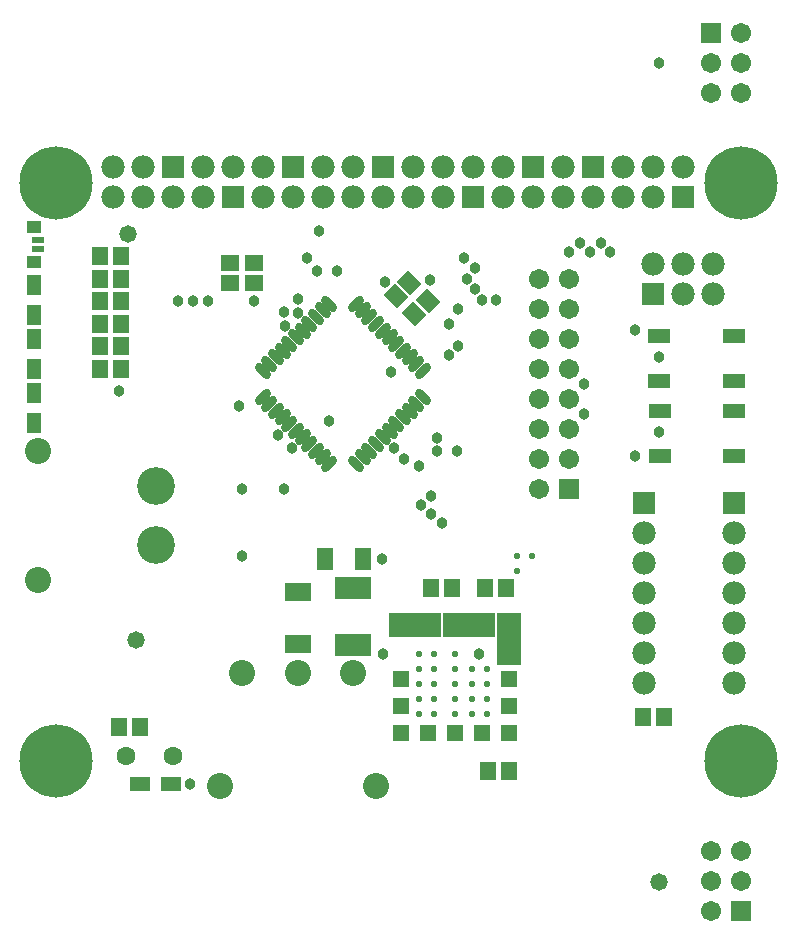
<source format=gts>
G04 Layer_Color=8388736*
%FSLAX25Y25*%
%MOIN*%
G70*
G01*
G75*
%ADD56R,0.06115X0.05328*%
G04:AMPARAMS|DCode=57|XSize=29.65mil|YSize=65.09mil|CornerRadius=0mil|HoleSize=0mil|Usage=FLASHONLY|Rotation=315.000|XOffset=0mil|YOffset=0mil|HoleType=Round|Shape=Round|*
%AMOVALD57*
21,1,0.03543,0.02965,0.00000,0.00000,45.0*
1,1,0.02965,-0.01253,-0.01253*
1,1,0.02965,0.01253,0.01253*
%
%ADD57OVALD57*%

G04:AMPARAMS|DCode=58|XSize=29.65mil|YSize=65.09mil|CornerRadius=0mil|HoleSize=0mil|Usage=FLASHONLY|Rotation=225.000|XOffset=0mil|YOffset=0mil|HoleType=Round|Shape=Round|*
%AMOVALD58*
21,1,0.03543,0.02965,0.00000,0.00000,315.0*
1,1,0.02965,-0.01253,0.01253*
1,1,0.02965,0.01253,-0.01253*
%
%ADD58OVALD58*%

%ADD59R,0.07493X0.04737*%
%ADD60R,0.05328X0.06115*%
%ADD61R,0.05328X0.07690*%
%ADD62R,0.05300X0.05300*%
%ADD63R,0.17300X0.08300*%
%ADD64R,0.08300X0.17300*%
%ADD65R,0.04737X0.06706*%
G04:AMPARAMS|DCode=66|XSize=63.12mil|YSize=53.28mil|CornerRadius=0mil|HoleSize=0mil|Usage=FLASHONLY|Rotation=315.000|XOffset=0mil|YOffset=0mil|HoleType=Round|Shape=Rectangle|*
%AMROTATEDRECTD66*
4,1,4,-0.04115,0.00348,-0.00348,0.04115,0.04115,-0.00348,0.00348,-0.04115,-0.04115,0.00348,0.0*
%
%ADD66ROTATEDRECTD66*%

%ADD67R,0.03950X0.02375*%
%ADD68R,0.04737X0.04343*%
%ADD69R,0.12414X0.07414*%
%ADD70R,0.05328X0.06312*%
%ADD71R,0.06706X0.04737*%
%ADD72R,0.09068X0.06312*%
%ADD73C,0.12611*%
%ADD74C,0.08674*%
%ADD75C,0.24409*%
%ADD76C,0.07800*%
%ADD77R,0.07800X0.07800*%
%ADD78R,0.06706X0.06706*%
%ADD79C,0.06706*%
%ADD80R,0.07800X0.07800*%
%ADD81C,0.06312*%
%ADD82C,0.02300*%
%ADD83C,0.03800*%
%ADD84C,0.05800*%
D56*
X80000Y173555D02*
D03*
Y180445D02*
D03*
X72000Y173555D02*
D03*
Y180445D02*
D03*
D57*
X136225Y144454D02*
D03*
X133998Y146681D02*
D03*
X131771Y148908D02*
D03*
X129544Y151136D02*
D03*
X127317Y153363D02*
D03*
X125090Y155590D02*
D03*
X122863Y157817D02*
D03*
X120635Y160044D02*
D03*
X118408Y162271D02*
D03*
X116181Y164498D02*
D03*
X113954Y166725D02*
D03*
X82775Y135546D02*
D03*
X85002Y133319D02*
D03*
X87229Y131092D02*
D03*
X89456Y128865D02*
D03*
X91683Y126637D02*
D03*
X93910Y124410D02*
D03*
X96137Y122183D02*
D03*
X98365Y119956D02*
D03*
X100592Y117729D02*
D03*
X102819Y115502D02*
D03*
X105046Y113275D02*
D03*
D58*
Y166725D02*
D03*
X102819Y164498D02*
D03*
X100592Y162271D02*
D03*
X98365Y160044D02*
D03*
X96137Y157817D02*
D03*
X93910Y155590D02*
D03*
X91683Y153363D02*
D03*
X89456Y151136D02*
D03*
X87229Y148908D02*
D03*
X85002Y146681D02*
D03*
X82775Y144454D02*
D03*
X113954Y113275D02*
D03*
X116181Y115502D02*
D03*
X118408Y117729D02*
D03*
X120635Y119956D02*
D03*
X122863Y122183D02*
D03*
X125090Y124410D02*
D03*
X127317Y126637D02*
D03*
X129544Y128865D02*
D03*
X131771Y131092D02*
D03*
X133998Y133319D02*
D03*
X136225Y135546D02*
D03*
D59*
X215000Y141000D02*
D03*
X239803D02*
D03*
X215000Y155961D02*
D03*
X239803D02*
D03*
X240000Y131000D02*
D03*
X215197D02*
D03*
X240000Y116039D02*
D03*
X215197D02*
D03*
D60*
X209555Y29000D02*
D03*
X216445D02*
D03*
X28555Y152500D02*
D03*
X35445D02*
D03*
X28555Y160000D02*
D03*
X35445D02*
D03*
X28555Y175000D02*
D03*
X35445D02*
D03*
X28555Y167500D02*
D03*
X35445D02*
D03*
X28555Y182500D02*
D03*
X35445D02*
D03*
X28555Y145000D02*
D03*
X35445D02*
D03*
X158055Y11000D02*
D03*
X164945D02*
D03*
X41945Y25500D02*
D03*
X35055D02*
D03*
D61*
X103602Y81500D02*
D03*
X116398D02*
D03*
D62*
X129000Y23500D02*
D03*
X138000D02*
D03*
X129000Y32500D02*
D03*
Y41500D02*
D03*
X156000Y23500D02*
D03*
X147000D02*
D03*
X165000D02*
D03*
Y41500D02*
D03*
Y32500D02*
D03*
D63*
X133500Y59500D02*
D03*
X151500D02*
D03*
D64*
X165000Y55000D02*
D03*
D65*
X6500Y144882D02*
D03*
Y155118D02*
D03*
Y162882D02*
D03*
Y173118D02*
D03*
Y126882D02*
D03*
Y137118D02*
D03*
D66*
X131665Y173789D02*
D03*
X133335Y163211D02*
D03*
X137789Y167665D02*
D03*
X127211Y169335D02*
D03*
D67*
X8075Y188075D02*
D03*
Y184925D02*
D03*
D68*
X6500Y192405D02*
D03*
Y180595D02*
D03*
D69*
X113000Y53091D02*
D03*
Y71909D02*
D03*
D70*
X145945Y72000D02*
D03*
X139055D02*
D03*
X157055D02*
D03*
X163945D02*
D03*
D71*
X52118Y6500D02*
D03*
X41882D02*
D03*
D72*
X94500Y53339D02*
D03*
Y70661D02*
D03*
D73*
X47370Y105996D02*
D03*
Y86311D02*
D03*
D74*
X8000Y117807D02*
D03*
Y74500D02*
D03*
X120500Y6000D02*
D03*
X68500D02*
D03*
X76000Y43500D02*
D03*
X94500D02*
D03*
X113000D02*
D03*
D75*
X13780Y207087D02*
D03*
X242126D02*
D03*
Y14173D02*
D03*
X13780D02*
D03*
D76*
X223000Y212394D02*
D03*
X213000D02*
D03*
Y202394D02*
D03*
X203000Y212394D02*
D03*
Y202394D02*
D03*
X193000D02*
D03*
X183000Y212394D02*
D03*
Y202394D02*
D03*
X173000D02*
D03*
X163000Y212394D02*
D03*
Y202394D02*
D03*
X153000Y212394D02*
D03*
X143000D02*
D03*
Y202394D02*
D03*
X133000Y212394D02*
D03*
Y202394D02*
D03*
X123000D02*
D03*
X113000Y212394D02*
D03*
Y202394D02*
D03*
X103000Y212394D02*
D03*
Y202394D02*
D03*
X93000D02*
D03*
X83000Y212394D02*
D03*
Y202394D02*
D03*
X73000Y212394D02*
D03*
X63000D02*
D03*
Y202394D02*
D03*
X53000D02*
D03*
X43000Y212394D02*
D03*
Y202394D02*
D03*
X33000Y212394D02*
D03*
Y202394D02*
D03*
X210000Y40236D02*
D03*
Y50236D02*
D03*
Y60236D02*
D03*
Y70236D02*
D03*
Y80236D02*
D03*
Y90236D02*
D03*
X240000Y40236D02*
D03*
Y50236D02*
D03*
Y60236D02*
D03*
Y70236D02*
D03*
Y80236D02*
D03*
Y90236D02*
D03*
X213000Y180000D02*
D03*
X223000Y170000D02*
D03*
Y180000D02*
D03*
X233000Y170000D02*
D03*
Y180000D02*
D03*
D77*
X223000Y202394D02*
D03*
X193000Y212394D02*
D03*
X173000D02*
D03*
X153000Y202394D02*
D03*
X123000Y212394D02*
D03*
X93000D02*
D03*
X73000Y202394D02*
D03*
X53000Y212394D02*
D03*
X213000Y170000D02*
D03*
D78*
X232126Y257087D02*
D03*
X185000Y105000D02*
D03*
X242126Y-35827D02*
D03*
D79*
Y257087D02*
D03*
X232126Y247087D02*
D03*
X242126D02*
D03*
X232126Y237087D02*
D03*
X242126D02*
D03*
X175000Y105000D02*
D03*
X185000Y115000D02*
D03*
X175000D02*
D03*
X185000Y125000D02*
D03*
X175000D02*
D03*
X185000Y135000D02*
D03*
X175000D02*
D03*
X185000Y145000D02*
D03*
X175000D02*
D03*
X185000Y155000D02*
D03*
X175000D02*
D03*
X185000Y165000D02*
D03*
X175000D02*
D03*
X185000Y175000D02*
D03*
X175000D02*
D03*
X232126Y-15827D02*
D03*
X242126D02*
D03*
X232126Y-25827D02*
D03*
X242126D02*
D03*
X232126Y-35827D02*
D03*
D80*
X210000Y100236D02*
D03*
X240000D02*
D03*
D81*
X37252Y16000D02*
D03*
X53000D02*
D03*
D82*
X167500Y77500D02*
D03*
Y82500D02*
D03*
X172500D02*
D03*
X157500Y35000D02*
D03*
X152500D02*
D03*
X147000Y45000D02*
D03*
Y40000D02*
D03*
Y50000D02*
D03*
Y30000D02*
D03*
Y35000D02*
D03*
X140000D02*
D03*
X135000D02*
D03*
X140000Y30000D02*
D03*
X135000D02*
D03*
Y50000D02*
D03*
X140000D02*
D03*
X135000Y40000D02*
D03*
X140000D02*
D03*
X135000Y45000D02*
D03*
X140000D02*
D03*
X152500Y30000D02*
D03*
X157500D02*
D03*
X152500Y40000D02*
D03*
X157500D02*
D03*
Y45000D02*
D03*
X152500D02*
D03*
D83*
X123000Y50000D02*
D03*
X155000D02*
D03*
X122500Y81500D02*
D03*
X195500Y187000D02*
D03*
X198500Y184000D02*
D03*
X192000D02*
D03*
X188500Y187000D02*
D03*
X185000Y184000D02*
D03*
X190000Y140000D02*
D03*
Y130000D02*
D03*
X160500Y168000D02*
D03*
X156000D02*
D03*
X153500Y171500D02*
D03*
X151000Y175000D02*
D03*
X153500Y178500D02*
D03*
X207000Y158000D02*
D03*
X126546Y118500D02*
D03*
X130000Y115000D02*
D03*
X141000Y117500D02*
D03*
Y122000D02*
D03*
X125500Y144000D02*
D03*
X214803Y148961D02*
D03*
X215000Y124000D02*
D03*
X215087Y247087D02*
D03*
X76000Y105000D02*
D03*
X90000D02*
D03*
X88000Y122954D02*
D03*
X92454Y118500D02*
D03*
X94500Y168363D02*
D03*
X94681Y163727D02*
D03*
X90227Y159273D02*
D03*
X90046Y163908D02*
D03*
X150000Y182000D02*
D03*
X97500D02*
D03*
X107500Y177500D02*
D03*
X139000Y102500D02*
D03*
Y96500D02*
D03*
X135500Y99500D02*
D03*
X142500Y93500D02*
D03*
X147500Y117500D02*
D03*
X135000Y112500D02*
D03*
X105000Y127500D02*
D03*
X101500Y191000D02*
D03*
X145000Y149500D02*
D03*
X148000Y152500D02*
D03*
Y165000D02*
D03*
X145000Y160000D02*
D03*
X207000Y116000D02*
D03*
X80000Y167500D02*
D03*
X101000Y177500D02*
D03*
X76000Y82500D02*
D03*
X75000Y132500D02*
D03*
X54500Y167500D02*
D03*
X64500D02*
D03*
X59500D02*
D03*
X123500Y174000D02*
D03*
X138500Y174500D02*
D03*
X35000Y137500D02*
D03*
X58500Y6500D02*
D03*
D84*
X38000Y190000D02*
D03*
X215000Y-26000D02*
D03*
X40500Y54681D02*
D03*
M02*

</source>
